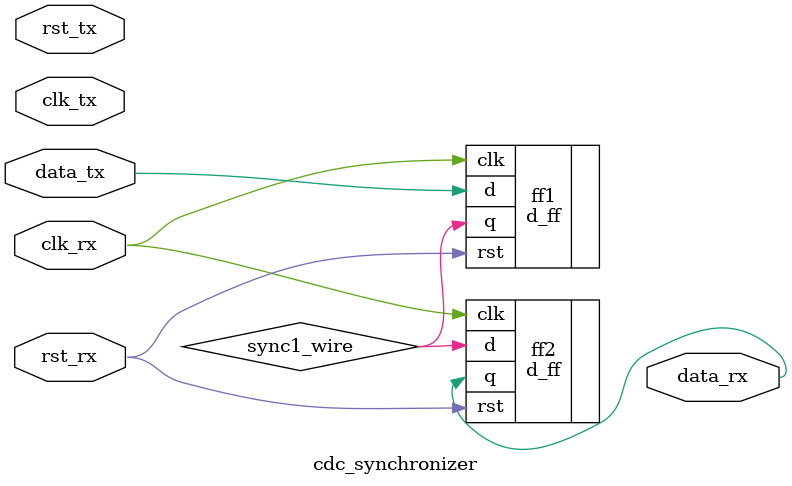
<source format=v>
module cdc_synchronizer #(parameter WIDTH = 1) (
  input clk_tx,
  input rst_tx,
  input [WIDTH-1:0] data_tx,
  input clk_rx,
  input rst_rx,
  output [WIDTH-1:0] data_rx
);

  wire [WIDTH-1:0] sync1_wire;

  // Instantiate the d_ff modules for synchronization
  d_ff #(WIDTH) ff1 (
    .clk(clk_rx),
    .rst(rst_rx),
    .d(data_tx),
    .q(sync1_wire)
  );

  d_ff #(WIDTH) ff2 (
    .clk(clk_rx),
    .rst(rst_rx),
    .d(sync1_wire),
    .q(data_rx)
  );
endmodule
</source>
